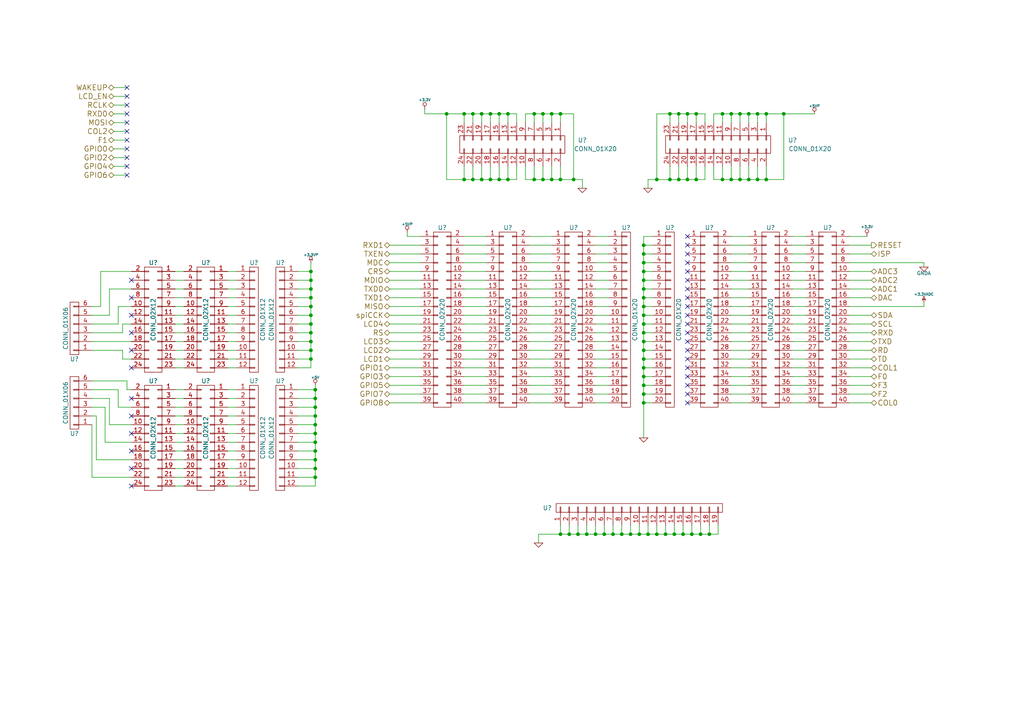
<source format=kicad_sch>
(kicad_sch (version 20211123) (generator eeschema)
  (paper "A4")
  (title_block (title "Poncho Grande - Modelo - Ejemplo - Template") (date "2015-10-06") (rev "1.0") (company "Proyecto CIAA - COMPUTADORA INDUSTRIAL ABIERTA ARGENTINA") (comment 1 "https://github.com/ciaa/Ponchos/tree/master/modelos/doc") (comment 2 "Autores y Licencia del template (Diego Brengi - UNLaM)") (comment 3 "Autor del poncho (COMPLETAR NOMBRE Y APELLIDO). Ver directorio \"doc\"") (comment 4 "CÓDIGO PONCHO:"))
  (lib_symbols
    (symbol "Misc_Poncho_Grande:+3.3V" (power) (pin_names (offset 0))
      (property "Value" "+3.3V" (at 0 2.794 0))
      (symbol "+3.3V_0_0"
        (pin power_in line (at 0 0 90) (length 0) hide (name "+3.3V") (number "1"))
      )
    )
    (symbol "Misc_Poncho_Grande:+3.3VADC" (power) (pin_names (offset 0))
      (property "Value" "+3.3VADC" (at 0 2.286 0))
      (symbol "+3.3VADC_0_0"
        (pin power_in line (at 0 0 90) (length 0) hide (name "+3.3VADC") (number "1"))
      )
    )
    (symbol "Misc_Poncho_Grande:+3.3VP" (power) (pin_names (offset 0))
      (property "Value" "+3.3VP" (at 0 2.286 0))
      (symbol "+3.3VP_0_0"
        (pin power_in line (at 0 0 90) (length 0) hide (name "+3.3VP") (number "1"))
      )
    )
    (symbol "Misc_Poncho_Grande:+5V" (power) (pin_names (offset 1.016))
      (property "Value" "+5V" (at 0 2.286 0))
      (symbol "+5V_0_0"
        (pin power_in line (at 0 0 90) (length 0) hide (name "+5V") (number "1"))
      )
    )
    (symbol "Misc_Poncho_Grande:+5VP" (power) (pin_names (offset 1.016))
      (property "Value" "+5VP" (at 0 2.286 0))
      (symbol "+5VP_0_0"
        (pin power_in line (at 0 0 90) (length 0) hide (name "+5VP") (number "1"))
      )
    )
    (symbol "Misc_Poncho_Grande:CONN_01X06" (pin_names (offset 1.016) hide)
      (property "Reference" "P" (at 0 8.89 0))
      (property "Value" "CONN_01X06" (at 2.54 0 90))
      (symbol "CONN_01X06_1_1"
        (pin passive line (at -5.08 6.35 0) (length 3.81) (name "P1") (number "1"))
        (pin passive line (at -5.08 3.81 0) (length 3.81) (name "P2") (number "2"))
        (pin passive line (at -5.08 1.27 0) (length 3.81) (name "P3") (number "3"))
        (pin passive line (at -5.08 -1.27 0) (length 3.81) (name "P4") (number "4"))
        (pin passive line (at -5.08 -3.81 0) (length 3.81) (name "P5") (number "5"))
        (pin passive line (at -5.08 -6.35 0) (length 3.81) (name "P6") (number "6"))
      )
    )
    (symbol "Misc_Poncho_Grande:CONN_01X12" (pin_names (offset 1.016) hide)
      (property "Reference" "P" (at 0 16.51 0))
      (property "Value" "CONN_01X12" (at 2.54 0 90))
      (symbol "CONN_01X12_1_1"
        (pin passive line (at -5.08 13.97 0) (length 3.81) (name "P1") (number "1"))
        (pin passive line (at -5.08 -8.89 0) (length 3.81) (name "P10") (number "10"))
        (pin passive line (at -5.08 -11.43 0) (length 3.81) (name "P11") (number "11"))
        (pin passive line (at -5.08 -13.97 0) (length 3.81) (name "P12") (number "12"))
        (pin passive line (at -5.08 11.43 0) (length 3.81) (name "P2") (number "2"))
        (pin passive line (at -5.08 8.89 0) (length 3.81) (name "P3") (number "3"))
        (pin passive line (at -5.08 6.35 0) (length 3.81) (name "P4") (number "4"))
        (pin passive line (at -5.08 3.81 0) (length 3.81) (name "P5") (number "5"))
        (pin passive line (at -5.08 1.27 0) (length 3.81) (name "P6") (number "6"))
        (pin passive line (at -5.08 -1.27 0) (length 3.81) (name "P7") (number "7"))
        (pin passive line (at -5.08 -3.81 0) (length 3.81) (name "P8") (number "8"))
        (pin passive line (at -5.08 -6.35 0) (length 3.81) (name "P9") (number "9"))
      )
    )
    (symbol "Misc_Poncho_Grande:CONN_01X19" (pin_names (offset 1.016) hide)
      (property "Reference" "P" (at 0 25.4 0))
      (property "Value" "CONN_01X19" (at 2.54 0 90))
      (symbol "CONN_01X19_1_1"
        (pin passive line (at -5.08 22.86 0) (length 3.81) (name "P1") (number "1"))
        (pin passive line (at -5.08 0 0) (length 3.81) (name "P10") (number "10"))
        (pin passive line (at -5.08 -2.54 0) (length 3.81) (name "P11") (number "11"))
        (pin passive line (at -5.08 -5.08 0) (length 3.81) (name "P12") (number "12"))
        (pin passive line (at -5.08 -7.62 0) (length 3.81) (name "P13") (number "13"))
        (pin passive line (at -5.08 -10.16 0) (length 3.81) (name "P14") (number "14"))
        (pin passive line (at -5.08 -12.7 0) (length 3.81) (name "P15") (number "15"))
        (pin passive line (at -5.08 -15.24 0) (length 3.81) (name "P16") (number "16"))
        (pin passive line (at -5.08 -17.78 0) (length 3.81) (name "P17") (number "17"))
        (pin passive line (at -5.08 -20.32 0) (length 3.81) (name "P18") (number "18"))
        (pin passive line (at -5.08 -22.86 0) (length 3.81) (name "P19") (number "19"))
        (pin passive line (at -5.08 20.32 0) (length 3.81) (name "P2") (number "2"))
        (pin passive line (at -5.08 17.78 0) (length 3.81) (name "P3") (number "3"))
        (pin passive line (at -5.08 15.24 0) (length 3.81) (name "P4") (number "4"))
        (pin passive line (at -5.08 12.7 0) (length 3.81) (name "P5") (number "5"))
        (pin passive line (at -5.08 10.16 0) (length 3.81) (name "P6") (number "6"))
        (pin passive line (at -5.08 7.62 0) (length 3.81) (name "P7") (number "7"))
        (pin passive line (at -5.08 5.08 0) (length 3.81) (name "P8") (number "8"))
        (pin passive line (at -5.08 2.54 0) (length 3.81) (name "P9") (number "9"))
      )
    )
    (symbol "Misc_Poncho_Grande:CONN_01X20" (pin_names (offset 1.016) hide)
      (property "Reference" "P" (at 0 26.67 0))
      (property "Value" "CONN_01X20" (at 2.54 0 90))
      (symbol "CONN_01X20_1_1"
        (pin passive line (at -5.08 24.13 0) (length 3.81) (name "P1") (number "1"))
        (pin passive line (at -5.08 1.27 0) (length 3.81) (name "P10") (number "10"))
        (pin passive line (at -5.08 -1.27 0) (length 3.81) (name "P11") (number "11"))
        (pin passive line (at -5.08 -3.81 0) (length 3.81) (name "P12") (number "12"))
        (pin passive line (at -5.08 -6.35 0) (length 3.81) (name "P13") (number "13"))
        (pin passive line (at -5.08 -8.89 0) (length 3.81) (name "P14") (number "14"))
        (pin passive line (at -5.08 -11.43 0) (length 3.81) (name "P15") (number "15"))
        (pin passive line (at -5.08 -13.97 0) (length 3.81) (name "P16") (number "16"))
        (pin passive line (at -5.08 -16.51 0) (length 3.81) (name "P17") (number "17"))
        (pin passive line (at -5.08 -19.05 0) (length 3.81) (name "P18") (number "18"))
        (pin passive line (at -5.08 -21.59 0) (length 3.81) (name "P19") (number "19"))
        (pin passive line (at -5.08 21.59 0) (length 3.81) (name "P2") (number "2"))
        (pin passive line (at -5.08 -24.13 0) (length 3.81) (name "P20") (number "20"))
        (pin passive line (at -5.08 19.05 0) (length 3.81) (name "P3") (number "3"))
        (pin passive line (at -5.08 16.51 0) (length 3.81) (name "P4") (number "4"))
        (pin passive line (at -5.08 13.97 0) (length 3.81) (name "P5") (number "5"))
        (pin passive line (at -5.08 11.43 0) (length 3.81) (name "P6") (number "6"))
        (pin passive line (at -5.08 8.89 0) (length 3.81) (name "P7") (number "7"))
        (pin passive line (at -5.08 6.35 0) (length 3.81) (name "P8") (number "8"))
        (pin passive line (at -5.08 3.81 0) (length 3.81) (name "P9") (number "9"))
      )
    )
    (symbol "Misc_Poncho_Grande:CONN_02X12" (pin_names (offset 0.0254) hide)
      (property "Reference" "P" (at 0 16.51 0))
      (property "Value" "CONN_02X12" (at 0 0 90))
      (symbol "CONN_02X12_1_1"
        (pin passive line (at -6.35 13.97 0) (length 3.81) (name "P1") (number "1"))
        (pin passive line (at 6.35 3.81 180) (length 3.81) (name "P10") (number "10"))
        (pin passive line (at -6.35 1.27 0) (length 3.81) (name "P11") (number "11"))
        (pin passive line (at 6.35 1.27 180) (length 3.81) (name "P12") (number "12"))
        (pin passive line (at -6.35 -1.27 0) (length 3.81) (name "P13") (number "13"))
        (pin passive line (at 6.35 -1.27 180) (length 3.81) (name "P14") (number "14"))
        (pin passive line (at -6.35 -3.81 0) (length 3.81) (name "P15") (number "15"))
        (pin passive line (at 6.35 -3.81 180) (length 3.81) (name "P16") (number "16"))
        (pin passive line (at -6.35 -6.35 0) (length 3.81) (name "P17") (number "17"))
        (pin passive line (at 6.35 -6.35 180) (length 3.81) (name "P18") (number "18"))
        (pin passive line (at -6.35 -8.89 0) (length 3.81) (name "P19") (number "19"))
        (pin passive line (at 6.35 13.97 180) (length 3.81) (name "P2") (number "2"))
        (pin passive line (at 6.35 -8.89 180) (length 3.81) (name "P20") (number "20"))
        (pin passive line (at -6.35 -11.43 0) (length 3.81) (name "P21") (number "21"))
        (pin passive line (at 6.35 -11.43 180) (length 3.81) (name "P22") (number "22"))
        (pin passive line (at -6.35 -13.97 0) (length 3.81) (name "P23") (number "23"))
        (pin passive line (at 6.35 -13.97 180) (length 3.81) (name "P24") (number "24"))
        (pin passive line (at -6.35 11.43 0) (length 3.81) (name "P3") (number "3"))
        (pin passive line (at 6.35 11.43 180) (length 3.81) (name "P4") (number "4"))
        (pin passive line (at -6.35 8.89 0) (length 3.81) (name "P5") (number "5"))
        (pin passive line (at 6.35 8.89 180) (length 3.81) (name "P6") (number "6"))
        (pin passive line (at -6.35 6.35 0) (length 3.81) (name "P7") (number "7"))
        (pin passive line (at 6.35 6.35 180) (length 3.81) (name "P8") (number "8"))
        (pin passive line (at -6.35 3.81 0) (length 3.81) (name "P9") (number "9"))
      )
    )
    (symbol "Misc_Poncho_Grande:CONN_02X20" (pin_names (offset 0.0254) hide)
      (property "Reference" "P" (at 0 26.67 0))
      (property "Value" "CONN_02X20" (at 0 0 90))
      (symbol "CONN_02X20_1_1"
        (pin passive line (at -6.35 24.13 0) (length 3.81) (name "P1") (number "1"))
        (pin passive line (at 6.35 13.97 180) (length 3.81) (name "P10") (number "10"))
        (pin passive line (at -6.35 11.43 0) (length 3.81) (name "P11") (number "11"))
        (pin passive line (at 6.35 11.43 180) (length 3.81) (name "P12") (number "12"))
        (pin passive line (at -6.35 8.89 0) (length 3.81) (name "P13") (number "13"))
        (pin passive line (at 6.35 8.89 180) (length 3.81) (name "P14") (number "14"))
        (pin passive line (at -6.35 6.35 0) (length 3.81) (name "P15") (number "15"))
        (pin passive line (at 6.35 6.35 180) (length 3.81) (name "P16") (number "16"))
        (pin passive line (at -6.35 3.81 0) (length 3.81) (name "P17") (number "17"))
        (pin passive line (at 6.35 3.81 180) (length 3.81) (name "P18") (number "18"))
        (pin passive line (at -6.35 1.27 0) (length 3.81) (name "P19") (number "19"))
        (pin passive line (at 6.35 24.13 180) (length 3.81) (name "P2") (number "2"))
        (pin passive line (at 6.35 1.27 180) (length 3.81) (name "P20") (number "20"))
        (pin passive line (at -6.35 -1.27 0) (length 3.81) (name "P21") (number "21"))
        (pin passive line (at 6.35 -1.27 180) (length 3.81) (name "P22") (number "22"))
        (pin passive line (at -6.35 -3.81 0) (length 3.81) (name "P23") (number "23"))
        (pin passive line (at 6.35 -3.81 180) (length 3.81) (name "P24") (number "24"))
        (pin passive line (at -6.35 -6.35 0) (length 3.81) (name "P25") (number "25"))
        (pin passive line (at 6.35 -6.35 180) (length 3.81) (name "P26") (number "26"))
        (pin passive line (at -6.35 -8.89 0) (length 3.81) (name "P27") (number "27"))
        (pin passive line (at 6.35 -8.89 180) (length 3.81) (name "P28") (number "28"))
        (pin passive line (at -6.35 -11.43 0) (length 3.81) (name "P29") (number "29"))
        (pin passive line (at -6.35 21.59 0) (length 3.81) (name "P3") (number "3"))
        (pin passive line (at 6.35 -11.43 180) (length 3.81) (name "P30") (number "30"))
        (pin passive line (at -6.35 -13.97 0) (length 3.81) (name "P31") (number "31"))
        (pin passive line (at 6.35 -13.97 180) (length 3.81) (name "P32") (number "32"))
        (pin passive line (at -6.35 -16.51 0) (length 3.81) (name "P33") (number "33"))
        (pin passive line (at 6.35 -16.51 180) (length 3.81) (name "P34") (number "34"))
        (pin passive line (at -6.35 -19.05 0) (length 3.81) (name "P35") (number "35"))
        (pin passive line (at 6.35 -19.05 180) (length 3.81) (name "P36") (number "36"))
        (pin passive line (at -6.35 -21.59 0) (length 3.81) (name "P37") (number "37"))
        (pin passive line (at 6.35 -21.59 180) (length 3.81) (name "P38") (number "38"))
        (pin passive line (at -6.35 -24.13 0) (length 3.81) (name "P39") (number "39"))
        (pin passive line (at 6.35 21.59 180) (length 3.81) (name "P4") (number "4"))
        (pin passive line (at 6.35 -24.13 180) (length 3.81) (name "P40") (number "40"))
        (pin passive line (at -6.35 19.05 0) (length 3.81) (name "P5") (number "5"))
        (pin passive line (at 6.35 19.05 180) (length 3.81) (name "P6") (number "6"))
        (pin passive line (at -6.35 16.51 0) (length 3.81) (name "P7") (number "7"))
        (pin passive line (at 6.35 16.51 180) (length 3.81) (name "P8") (number "8"))
        (pin passive line (at -6.35 13.97 0) (length 3.81) (name "P9") (number "9"))
      )
    )
    (symbol "Misc_Poncho_Grande:GND" (power) (pin_names (offset 0))
      (symbol "GND_1_1"
        (pin power_in line (at 0 0 90) (length 0) hide (name "GND") (number "1"))
      )
    )
    (symbol "Misc_Poncho_Grande:GNDA" (power) (pin_names (offset 0))
      (property "Value" "GNDA" (at 0 -1.778 0))
      (symbol "GNDA_1_1"
        (pin power_in line (at 0 0 90) (length 0) hide (name "GNDA") (number "1"))
      )
    )
  )
  (junction (at 166.37 52.07))
  (junction (at 190.5 52.07))
  (junction (at 193.04 154.94))
  (junction (at 212.09 33.02))
  (junction (at 186.69 86.36))
  (junction (at 154.94 33.02))
  (junction (at 199.39 52.07))
  (junction (at 203.2 154.94))
  (junction (at 134.62 33.02))
  (junction (at 139.7 33.02))
  (junction (at 90.17 96.52))
  (junction (at 180.34 154.94))
  (junction (at 162.56 33.02))
  (junction (at 172.72 154.94))
  (junction (at 162.56 52.07))
  (junction (at 186.69 96.52))
  (junction (at 186.69 93.98))
  (junction (at 222.25 33.02))
  (junction (at 205.74 154.94))
  (junction (at 198.12 154.94))
  (junction (at 90.17 83.82))
  (junction (at 186.69 111.76))
  (junction (at 90.17 81.28))
  (junction (at 91.44 133.35))
  (junction (at 137.16 52.07))
  (junction (at 91.44 128.27))
  (junction (at 217.17 33.02))
  (junction (at 144.78 52.07))
  (junction (at 186.69 88.9))
  (junction (at 186.69 114.3))
  (junction (at 227.33 33.02))
  (junction (at 195.58 154.94))
  (junction (at 201.93 52.07))
  (junction (at 90.17 91.44))
  (junction (at 142.24 33.02))
  (junction (at 90.17 86.36))
  (junction (at 186.69 116.84))
  (junction (at 90.17 101.6))
  (junction (at 90.17 93.98))
  (junction (at 186.69 73.66))
  (junction (at 194.31 33.02))
  (junction (at 186.69 83.82))
  (junction (at 182.88 154.94))
  (junction (at 196.85 52.07))
  (junction (at 186.69 91.44))
  (junction (at 90.17 99.06))
  (junction (at 147.32 33.02))
  (junction (at 186.69 99.06))
  (junction (at 91.44 135.89))
  (junction (at 199.39 33.02))
  (junction (at 139.7 52.07))
  (junction (at 186.69 104.14))
  (junction (at 157.48 33.02))
  (junction (at 137.16 33.02))
  (junction (at 91.44 123.19))
  (junction (at 90.17 78.74))
  (junction (at 219.71 33.02))
  (junction (at 142.24 52.07))
  (junction (at 209.55 52.07))
  (junction (at 186.69 109.22))
  (junction (at 91.44 115.57))
  (junction (at 91.44 120.65))
  (junction (at 222.25 52.07))
  (junction (at 90.17 104.14))
  (junction (at 186.69 78.74))
  (junction (at 186.69 76.2))
  (junction (at 91.44 113.03))
  (junction (at 219.71 52.07))
  (junction (at 160.02 33.02))
  (junction (at 187.96 154.94))
  (junction (at 185.42 154.94))
  (junction (at 167.64 154.94))
  (junction (at 201.93 33.02))
  (junction (at 186.69 101.6))
  (junction (at 186.69 81.28))
  (junction (at 217.17 52.07))
  (junction (at 175.26 154.94))
  (junction (at 200.66 154.94))
  (junction (at 190.5 154.94))
  (junction (at 91.44 125.73))
  (junction (at 154.94 52.07))
  (junction (at 91.44 130.81))
  (junction (at 170.18 154.94))
  (junction (at 186.69 71.12))
  (junction (at 194.31 52.07))
  (junction (at 212.09 52.07))
  (junction (at 134.62 52.07))
  (junction (at 209.55 33.02))
  (junction (at 157.48 52.07))
  (junction (at 90.17 88.9))
  (junction (at 214.63 33.02))
  (junction (at 91.44 138.43))
  (junction (at 165.1 154.94))
  (junction (at 160.02 52.07))
  (junction (at 162.56 154.94))
  (junction (at 196.85 33.02))
  (junction (at 91.44 118.11))
  (junction (at 186.69 106.68))
  (junction (at 177.8 154.94))
  (junction (at 129.54 33.02))
  (junction (at 147.32 52.07))
  (junction (at 214.63 52.07))
  (junction (at 144.78 33.02))
  (no_connect (at 38.1 140.97))
  (no_connect (at 36.83 40.64))
  (no_connect (at 199.39 114.3))
  (no_connect (at 36.83 50.8))
  (no_connect (at 199.39 71.12))
  (no_connect (at 199.39 83.82))
  (no_connect (at 36.83 27.94))
  (no_connect (at 199.39 68.58))
  (no_connect (at 199.39 93.98))
  (no_connect (at 36.83 38.1))
  (no_connect (at 199.39 88.9))
  (no_connect (at 38.1 91.44))
  (no_connect (at 38.1 125.73))
  (no_connect (at 199.39 116.84))
  (no_connect (at 38.1 135.89))
  (no_connect (at 199.39 73.66))
  (no_connect (at 38.1 81.28))
  (no_connect (at 199.39 76.2))
  (no_connect (at 36.83 30.48))
  (no_connect (at 38.1 120.65))
  (no_connect (at 199.39 109.22))
  (no_connect (at 38.1 96.52))
  (no_connect (at 199.39 106.68))
  (no_connect (at 38.1 101.6))
  (no_connect (at 199.39 86.36))
  (no_connect (at 38.1 115.57))
  (no_connect (at 36.83 43.18))
  (no_connect (at 36.83 45.72))
  (no_connect (at 36.83 48.26))
  (no_connect (at 38.1 86.36))
  (no_connect (at 36.83 25.4))
  (no_connect (at 199.39 91.44))
  (no_connect (at 199.39 111.76))
  (no_connect (at 199.39 104.14))
  (no_connect (at 38.1 106.68))
  (no_connect (at 199.39 96.52))
  (no_connect (at 36.83 33.02))
  (no_connect (at 38.1 130.81))
  (no_connect (at 199.39 81.28))
  (no_connect (at 36.83 35.56))
  (no_connect (at 199.39 99.06))
  (no_connect (at 199.39 78.74))
  (no_connect (at 199.39 101.6))
  (wire (pts (xy 186.69 78.74) (xy 186.69 81.28)))
  (wire (pts (xy 121.92 73.66) (xy 113.03 73.66)))
  (wire (pts (xy 189.23 88.9) (xy 186.69 88.9)))
  (wire (pts (xy 246.38 109.22) (xy 252.73 109.22)))
  (wire (pts (xy 252.73 116.84) (xy 246.38 116.84)))
  (wire (pts (xy 134.62 33.02) (xy 137.16 33.02)))
  (wire (pts (xy 33.02 43.18) (xy 36.83 43.18)))
  (wire (pts (xy 186.69 101.6) (xy 186.69 104.14)))
  (wire (pts (xy 246.38 88.9) (xy 267.97 88.9)))
  (wire (pts (xy 186.69 88.9) (xy 186.69 91.44)))
  (wire (pts (xy 205.74 154.94) (xy 205.74 152.4)))
  (wire (pts (xy 160.02 106.68) (xy 153.67 106.68)))
  (wire (pts (xy 193.04 152.4) (xy 193.04 154.94)))
  (wire (pts (xy 201.93 52.07) (xy 201.93 48.26)))
  (wire (pts (xy 66.04 125.73) (xy 68.58 125.73)))
  (wire (pts (xy 233.68 86.36) (xy 229.87 86.36)))
  (wire (pts (xy 113.03 81.28) (xy 121.92 81.28)))
  (wire (pts (xy 172.72 93.98) (xy 176.53 93.98)))
  (wire (pts (xy 217.17 99.06) (xy 212.09 99.06)))
  (wire (pts (xy 217.17 83.82) (xy 212.09 83.82)))
  (wire (pts (xy 153.67 76.2) (xy 160.02 76.2)))
  (wire (pts (xy 33.02 38.1) (xy 36.83 38.1)))
  (wire (pts (xy 219.71 48.26) (xy 219.71 52.07)))
  (wire (pts (xy 153.67 109.22) (xy 160.02 109.22)))
  (wire (pts (xy 31.75 123.19) (xy 38.1 123.19)))
  (wire (pts (xy 212.09 33.02) (xy 214.63 33.02)))
  (wire (pts (xy 66.04 140.97) (xy 68.58 140.97)))
  (wire (pts (xy 53.34 83.82) (xy 50.8 83.82)))
  (wire (pts (xy 149.86 52.07) (xy 147.32 52.07)))
  (wire (pts (xy 167.64 154.94) (xy 170.18 154.94)))
  (wire (pts (xy 154.94 48.26) (xy 154.94 52.07)))
  (wire (pts (xy 30.48 118.11) (xy 30.48 128.27)))
  (wire (pts (xy 165.1 154.94) (xy 165.1 152.4)))
  (wire (pts (xy 35.56 101.6) (xy 35.56 104.14)))
  (wire (pts (xy 27.94 120.65) (xy 27.94 133.35)))
  (wire (pts (xy 177.8 152.4) (xy 177.8 154.94)))
  (wire (pts (xy 91.44 133.35) (xy 91.44 135.89)))
  (wire (pts (xy 201.93 33.02) (xy 204.47 33.02)))
  (wire (pts (xy 172.72 109.22) (xy 176.53 109.22)))
  (wire (pts (xy 90.17 86.36) (xy 90.17 88.9)))
  (wire (pts (xy 160.02 78.74) (xy 153.67 78.74)))
  (wire (pts (xy 176.53 101.6) (xy 172.72 101.6)))
  (wire (pts (xy 152.4 52.07) (xy 154.94 52.07)))
  (wire (pts (xy 176.53 81.28) (xy 172.72 81.28)))
  (wire (pts (xy 198.12 154.94) (xy 200.66 154.94)))
  (wire (pts (xy 121.92 101.6) (xy 113.03 101.6)))
  (wire (pts (xy 217.17 109.22) (xy 212.09 109.22)))
  (wire (pts (xy 142.24 33.02) (xy 144.78 33.02)))
  (wire (pts (xy 186.69 91.44) (xy 186.69 93.98)))
  (wire (pts (xy 251.46 68.58) (xy 246.38 68.58)))
  (wire (pts (xy 186.69 71.12) (xy 189.23 71.12)))
  (wire (pts (xy 68.58 88.9) (xy 66.04 88.9)))
  (wire (pts (xy 153.67 93.98) (xy 160.02 93.98)))
  (wire (pts (xy 186.69 111.76) (xy 189.23 111.76)))
  (wire (pts (xy 186.69 116.84) (xy 186.69 127)))
  (wire (pts (xy 157.48 33.02) (xy 160.02 33.02)))
  (wire (pts (xy 165.1 154.94) (xy 167.64 154.94)))
  (wire (pts (xy 186.69 96.52) (xy 189.23 96.52)))
  (wire (pts (xy 53.34 135.89) (xy 50.8 135.89)))
  (wire (pts (xy 53.34 113.03) (xy 50.8 113.03)))
  (wire (pts (xy 90.17 93.98) (xy 90.17 96.52)))
  (wire (pts (xy 113.03 99.06) (xy 121.92 99.06)))
  (wire (pts (xy 68.58 118.11) (xy 66.04 118.11)))
  (wire (pts (xy 147.32 33.02) (xy 149.86 33.02)))
  (wire (pts (xy 189.23 68.58) (xy 186.69 68.58)))
  (wire (pts (xy 198.12 152.4) (xy 198.12 154.94)))
  (wire (pts (xy 162.56 33.02) (xy 162.56 35.56)))
  (wire (pts (xy 156.21 157.48) (xy 156.21 154.94)))
  (wire (pts (xy 123.19 31.75) (xy 123.19 33.02)))
  (wire (pts (xy 121.92 114.3) (xy 113.03 114.3)))
  (wire (pts (xy 153.67 114.3) (xy 160.02 114.3)))
  (wire (pts (xy 113.03 111.76) (xy 121.92 111.76)))
  (wire (pts (xy 172.72 99.06) (xy 176.53 99.06)))
  (wire (pts (xy 66.04 115.57) (xy 68.58 115.57)))
  (wire (pts (xy 160.02 68.58) (xy 153.67 68.58)))
  (wire (pts (xy 185.42 154.94) (xy 187.96 154.94)))
  (wire (pts (xy 252.73 106.68) (xy 246.38 106.68)))
  (wire (pts (xy 172.72 71.12) (xy 176.53 71.12)))
  (wire (pts (xy 91.44 118.11) (xy 91.44 120.65)))
  (wire (pts (xy 195.58 154.94) (xy 195.58 152.4)))
  (wire (pts (xy 36.83 113.03) (xy 38.1 113.03)))
  (wire (pts (xy 186.69 99.06) (xy 186.69 101.6)))
  (wire (pts (xy 189.23 114.3) (xy 186.69 114.3)))
  (wire (pts (xy 50.8 81.28) (xy 53.34 81.28)))
  (wire (pts (xy 187.96 52.07) (xy 187.96 54.61)))
  (wire (pts (xy 26.67 138.43) (xy 38.1 138.43)))
  (wire (pts (xy 252.73 111.76) (xy 246.38 111.76)))
  (wire (pts (xy 35.56 96.52) (xy 35.56 93.98)))
  (wire (pts (xy 86.36 86.36) (xy 90.17 86.36)))
  (wire (pts (xy 134.62 52.07) (xy 129.54 52.07)))
  (wire (pts (xy 186.69 106.68) (xy 189.23 106.68)))
  (wire (pts (xy 91.44 120.65) (xy 91.44 123.19)))
  (wire (pts (xy 33.02 45.72) (xy 36.83 45.72)))
  (wire (pts (xy 172.72 104.14) (xy 176.53 104.14)))
  (wire (pts (xy 160.02 52.07) (xy 162.56 52.07)))
  (wire (pts (xy 140.97 106.68) (xy 134.62 106.68)))
  (wire (pts (xy 186.69 106.68) (xy 186.69 109.22)))
  (wire (pts (xy 214.63 48.26) (xy 214.63 52.07)))
  (wire (pts (xy 113.03 106.68) (xy 121.92 106.68)))
  (wire (pts (xy 176.53 96.52) (xy 172.72 96.52)))
  (wire (pts (xy 121.92 78.74) (xy 113.03 78.74)))
  (wire (pts (xy 90.17 88.9) (xy 86.36 88.9)))
  (wire (pts (xy 229.87 78.74) (xy 233.68 78.74)))
  (wire (pts (xy 36.83 110.49) (xy 36.83 113.03)))
  (wire (pts (xy 217.17 88.9) (xy 212.09 88.9)))
  (wire (pts (xy 121.92 88.9) (xy 113.03 88.9)))
  (wire (pts (xy 134.62 111.76) (xy 140.97 111.76)))
  (wire (pts (xy 90.17 78.74) (xy 90.17 81.28)))
  (wire (pts (xy 66.04 106.68) (xy 68.58 106.68)))
  (wire (pts (xy 176.53 91.44) (xy 172.72 91.44)))
  (wire (pts (xy 154.94 33.02) (xy 154.94 35.56)))
  (wire (pts (xy 252.73 86.36) (xy 246.38 86.36)))
  (wire (pts (xy 66.04 91.44) (xy 68.58 91.44)))
  (wire (pts (xy 162.56 52.07) (xy 162.56 48.26)))
  (wire (pts (xy 186.69 81.28) (xy 189.23 81.28)))
  (wire (pts (xy 26.67 99.06) (xy 38.1 99.06)))
  (wire (pts (xy 34.29 118.11) (xy 38.1 118.11)))
  (wire (pts (xy 176.53 86.36) (xy 172.72 86.36)))
  (wire (pts (xy 90.17 78.74) (xy 86.36 78.74)))
  (wire (pts (xy 212.09 91.44) (xy 217.17 91.44)))
  (wire (pts (xy 90.17 91.44) (xy 90.17 93.98)))
  (wire (pts (xy 186.69 91.44) (xy 189.23 91.44)))
  (wire (pts (xy 134.62 33.02) (xy 134.62 35.56)))
  (wire (pts (xy 219.71 52.07) (xy 222.25 52.07)))
  (wire (pts (xy 187.96 152.4) (xy 187.96 154.94)))
  (wire (pts (xy 186.69 81.28) (xy 186.69 83.82)))
  (wire (pts (xy 172.72 88.9) (xy 176.53 88.9)))
  (wire (pts (xy 217.17 33.02) (xy 219.71 33.02)))
  (wire (pts (xy 123.19 33.02) (xy 129.54 33.02)))
  (wire (pts (xy 31.75 91.44) (xy 31.75 83.82)))
  (wire (pts (xy 139.7 33.02) (xy 139.7 35.56)))
  (wire (pts (xy 90.17 104.14) (xy 90.17 106.68)))
  (wire (pts (xy 68.58 78.74) (xy 66.04 78.74)))
  (wire (pts (xy 229.87 88.9) (xy 233.68 88.9)))
  (wire (pts (xy 121.92 96.52) (xy 113.03 96.52)))
  (wire (pts (xy 91.44 123.19) (xy 91.44 125.73)))
  (wire (pts (xy 134.62 109.22) (xy 140.97 109.22)))
  (wire (pts (xy 199.39 33.02) (xy 199.39 35.56)))
  (wire (pts (xy 186.69 68.58) (xy 186.69 71.12)))
  (wire (pts (xy 91.44 111.76) (xy 91.44 113.03)))
  (wire (pts (xy 196.85 52.07) (xy 199.39 52.07)))
  (wire (pts (xy 91.44 113.03) (xy 86.36 113.03)))
  (wire (pts (xy 29.21 78.74) (xy 38.1 78.74)))
  (wire (pts (xy 27.94 133.35) (xy 38.1 133.35)))
  (wire (pts (xy 194.31 33.02) (xy 194.31 35.56)))
  (wire (pts (xy 34.29 88.9) (xy 38.1 88.9)))
  (wire (pts (xy 140.97 81.28) (xy 134.62 81.28)))
  (wire (pts (xy 142.24 52.07) (xy 142.24 48.26)))
  (wire (pts (xy 217.17 104.14) (xy 212.09 104.14)))
  (wire (pts (xy 217.17 116.84) (xy 212.09 116.84)))
  (wire (pts (xy 134.62 48.26) (xy 134.62 52.07)))
  (wire (pts (xy 134.62 93.98) (xy 140.97 93.98)))
  (wire (pts (xy 162.56 152.4) (xy 162.56 154.94)))
  (wire (pts (xy 90.17 96.52) (xy 90.17 99.06)))
  (wire (pts (xy 53.34 138.43) (xy 50.8 138.43)))
  (wire (pts (xy 176.53 106.68) (xy 172.72 106.68)))
  (wire (pts (xy 176.53 114.3) (xy 172.72 114.3)))
  (wire (pts (xy 66.04 101.6) (xy 68.58 101.6)))
  (wire (pts (xy 160.02 116.84) (xy 153.67 116.84)))
  (wire (pts (xy 229.87 109.22) (xy 233.68 109.22)))
  (wire (pts (xy 91.44 113.03) (xy 91.44 115.57)))
  (wire (pts (xy 140.97 76.2) (xy 134.62 76.2)))
  (wire (pts (xy 53.34 130.81) (xy 50.8 130.81)))
  (wire (pts (xy 217.17 71.12) (xy 212.09 71.12)))
  (wire (pts (xy 68.58 93.98) (xy 66.04 93.98)))
  (wire (pts (xy 219.71 33.02) (xy 219.71 35.56)))
  (wire (pts (xy 149.86 33.02) (xy 149.86 35.56)))
  (wire (pts (xy 160.02 111.76) (xy 153.67 111.76)))
  (wire (pts (xy 91.44 128.27) (xy 86.36 128.27)))
  (wire (pts (xy 222.25 52.07) (xy 222.25 48.26)))
  (wire (pts (xy 222.25 33.02) (xy 222.25 35.56)))
  (wire (pts (xy 50.8 104.14) (xy 53.34 104.14)))
  (wire (pts (xy 212.09 68.58) (xy 217.17 68.58)))
  (wire (pts (xy 195.58 154.94) (xy 198.12 154.94)))
  (wire (pts (xy 86.36 135.89) (xy 91.44 135.89)))
  (wire (pts (xy 144.78 33.02) (xy 144.78 35.56)))
  (wire (pts (xy 200.66 154.94) (xy 200.66 152.4)))
  (wire (pts (xy 86.36 101.6) (xy 90.17 101.6)))
  (wire (pts (xy 134.62 73.66) (xy 140.97 73.66)))
  (wire (pts (xy 68.58 133.35) (xy 66.04 133.35)))
  (wire (pts (xy 229.87 68.58) (xy 233.68 68.58)))
  (wire (pts (xy 180.34 154.94) (xy 180.34 152.4)))
  (wire (pts (xy 90.17 99.06) (xy 90.17 101.6)))
  (wire (pts (xy 162.56 52.07) (xy 166.37 52.07)))
  (wire (pts (xy 212.09 101.6) (xy 217.17 101.6)))
  (wire (pts (xy 189.23 78.74) (xy 186.69 78.74)))
  (wire (pts (xy 118.11 68.58) (xy 118.11 67.31)))
  (wire (pts (xy 160.02 101.6) (xy 153.67 101.6)))
  (wire (pts (xy 217.17 93.98) (xy 212.09 93.98)))
  (wire (pts (xy 26.67 118.11) (xy 30.48 118.11)))
  (wire (pts (xy 26.67 96.52) (xy 35.56 96.52)))
  (wire (pts (xy 137.16 33.02) (xy 139.7 33.02)))
  (wire (pts (xy 194.31 52.07) (xy 194.31 48.26)))
  (wire (pts (xy 229.87 104.14) (xy 233.68 104.14)))
  (wire (pts (xy 29.21 88.9) (xy 29.21 78.74)))
  (wire (pts (xy 33.02 33.02) (xy 36.83 33.02)))
  (wire (pts (xy 121.92 83.82) (xy 113.03 83.82)))
  (wire (pts (xy 91.44 130.81) (xy 91.44 133.35)))
  (wire (pts (xy 35.56 93.98) (xy 38.1 93.98)))
  (wire (pts (xy 209.55 33.02) (xy 212.09 33.02)))
  (wire (pts (xy 153.67 81.28) (xy 160.02 81.28)))
  (wire (pts (xy 196.85 35.56) (xy 196.85 33.02)))
  (wire (pts (xy 233.68 76.2) (xy 229.87 76.2)))
  (wire (pts (xy 207.01 33.02) (xy 209.55 33.02)))
  (wire (pts (xy 194.31 52.07) (xy 196.85 52.07)))
  (wire (pts (xy 50.8 118.11) (xy 53.34 118.11)))
  (wire (pts (xy 31.75 83.82) (xy 38.1 83.82)))
  (wire (pts (xy 144.78 52.07) (xy 142.24 52.07)))
  (wire (pts (xy 175.26 154.94) (xy 175.26 152.4)))
  (wire (pts (xy 33.02 50.8) (xy 36.83 50.8)))
  (wire (pts (xy 222.25 33.02) (xy 227.33 33.02)))
  (wire (pts (xy 182.88 152.4) (xy 182.88 154.94)))
  (wire (pts (xy 209.55 33.02) (xy 209.55 35.56)))
  (wire (pts (xy 113.03 104.14) (xy 121.92 104.14)))
  (wire (pts (xy 137.16 35.56) (xy 137.16 33.02)))
  (wire (pts (xy 26.67 123.19) (xy 26.67 138.43)))
  (wire (pts (xy 190.5 154.94) (xy 193.04 154.94)))
  (wire (pts (xy 90.17 83.82) (xy 86.36 83.82)))
  (wire (pts (xy 34.29 93.98) (xy 34.29 88.9)))
  (wire (pts (xy 212.09 52.07) (xy 214.63 52.07)))
  (wire (pts (xy 66.04 135.89) (xy 68.58 135.89)))
  (wire (pts (xy 252.73 83.82) (xy 246.38 83.82)))
  (wire (pts (xy 172.72 154.94) (xy 175.26 154.94)))
  (wire (pts (xy 53.34 106.68) (xy 50.8 106.68)))
  (wire (pts (xy 90.17 101.6) (xy 90.17 104.14)))
  (wire (pts (xy 153.67 104.14) (xy 160.02 104.14)))
  (wire (pts (xy 91.44 118.11) (xy 86.36 118.11)))
  (wire (pts (xy 140.97 91.44) (xy 134.62 91.44)))
  (wire (pts (xy 217.17 114.3) (xy 212.09 114.3)))
  (wire (pts (xy 176.53 68.58) (xy 172.72 68.58)))
  (wire (pts (xy 189.23 109.22) (xy 186.69 109.22)))
  (wire (pts (xy 252.73 71.12) (xy 246.38 71.12)))
  (wire (pts (xy 175.26 154.94) (xy 177.8 154.94)))
  (wire (pts (xy 233.68 81.28) (xy 229.87 81.28)))
  (wire (pts (xy 212.09 35.56) (xy 212.09 33.02)))
  (wire (pts (xy 212.09 52.07) (xy 212.09 48.26)))
  (wire (pts (xy 172.72 152.4) (xy 172.72 154.94)))
  (wire (pts (xy 233.68 106.68) (xy 229.87 106.68)))
  (wire (pts (xy 207.01 33.02) (xy 207.01 35.56)))
  (wire (pts (xy 33.02 27.94) (xy 36.83 27.94)))
  (wire (pts (xy 53.34 125.73) (xy 50.8 125.73)))
  (wire (pts (xy 50.8 133.35) (xy 53.34 133.35)))
  (wire (pts (xy 201.93 52.07) (xy 204.47 52.07)))
  (wire (pts (xy 36.83 25.4) (xy 33.02 25.4)))
  (wire (pts (xy 153.67 71.12) (xy 160.02 71.12)))
  (wire (pts (xy 217.17 33.02) (xy 217.17 35.56)))
  (wire (pts (xy 246.38 81.28) (xy 252.73 81.28)))
  (wire (pts (xy 113.03 86.36) (xy 121.92 86.36)))
  (wire (pts (xy 190.5 52.07) (xy 190.5 33.02)))
  (wire (pts (xy 91.44 123.19) (xy 86.36 123.19)))
  (wire (pts (xy 222.25 52.07) (xy 227.33 52.07)))
  (wire (pts (xy 86.36 91.44) (xy 90.17 91.44)))
  (wire (pts (xy 90.17 106.68) (xy 86.36 106.68)))
  (wire (pts (xy 212.09 111.76) (xy 217.17 111.76)))
  (wire (pts (xy 212.09 86.36) (xy 217.17 86.36)))
  (wire (pts (xy 86.36 115.57) (xy 91.44 115.57)))
  (wire (pts (xy 177.8 154.94) (xy 180.34 154.94)))
  (wire (pts (xy 160.02 96.52) (xy 153.67 96.52)))
  (wire (pts (xy 252.73 96.52) (xy 246.38 96.52)))
  (wire (pts (xy 187.96 52.07) (xy 190.5 52.07)))
  (wire (pts (xy 91.44 133.35) (xy 86.36 133.35)))
  (wire (pts (xy 68.58 83.82) (xy 66.04 83.82)))
  (wire (pts (xy 193.04 154.94) (xy 195.58 154.94)))
  (wire (pts (xy 167.64 152.4) (xy 167.64 154.94)))
  (wire (pts (xy 162.56 33.02) (xy 166.37 33.02)))
  (wire (pts (xy 229.87 83.82) (xy 233.68 83.82)))
  (wire (pts (xy 153.67 88.9) (xy 160.02 88.9)))
  (wire (pts (xy 207.01 52.07) (xy 207.01 48.26)))
  (wire (pts (xy 189.23 99.06) (xy 186.69 99.06)))
  (wire (pts (xy 134.62 104.14) (xy 140.97 104.14)))
  (wire (pts (xy 160.02 73.66) (xy 153.67 73.66)))
  (wire (pts (xy 129.54 33.02) (xy 129.54 52.07)))
  (wire (pts (xy 91.44 135.89) (xy 91.44 138.43)))
  (wire (pts (xy 203.2 152.4) (xy 203.2 154.94)))
  (wire (pts (xy 147.32 52.07) (xy 147.32 48.26)))
  (wire (pts (xy 252.73 73.66) (xy 246.38 73.66)))
  (wire (pts (xy 160.02 91.44) (xy 153.67 91.44)))
  (wire (pts (xy 196.85 33.02) (xy 199.39 33.02)))
  (wire (pts (xy 186.69 73.66) (xy 186.69 76.2)))
  (wire (pts (xy 90.17 76.2) (xy 90.17 78.74)))
  (wire (pts (xy 180.34 154.94) (xy 182.88 154.94)))
  (wire (pts (xy 214.63 33.02) (xy 217.17 33.02)))
  (wire (pts (xy 214.63 52.07) (xy 217.17 52.07)))
  (wire (pts (xy 166.37 52.07) (xy 168.91 52.07)))
  (wire (pts (xy 217.17 76.2) (xy 212.09 76.2)))
  (wire (pts (xy 90.17 81.28) (xy 90.17 83.82)))
  (wire (pts (xy 33.02 30.48) (xy 36.83 30.48)))
  (wire (pts (xy 134.62 88.9) (xy 140.97 88.9)))
  (wire (pts (xy 212.09 73.66) (xy 217.17 73.66)))
  (wire (pts (xy 154.94 52.07) (xy 157.48 52.07)))
  (wire (pts (xy 190.5 33.02) (xy 194.31 33.02)))
  (wire (pts (xy 53.34 91.44) (xy 50.8 91.44)))
  (wire (pts (xy 233.68 71.12) (xy 229.87 71.12)))
  (wire (pts (xy 186.69 76.2) (xy 186.69 78.74)))
  (wire (pts (xy 68.58 128.27) (xy 66.04 128.27)))
  (wire (pts (xy 66.04 120.65) (xy 68.58 120.65)))
  (wire (pts (xy 233.68 111.76) (xy 229.87 111.76)))
  (wire (pts (xy 186.69 114.3) (xy 186.69 116.84)))
  (wire (pts (xy 203.2 154.94) (xy 205.74 154.94)))
  (wire (pts (xy 189.23 73.66) (xy 186.69 73.66)))
  (wire (pts (xy 140.97 101.6) (xy 134.62 101.6)))
  (wire (pts (xy 137.16 52.07) (xy 134.62 52.07)))
  (wire (pts (xy 157.48 35.56) (xy 157.48 33.02)))
  (wire (pts (xy 199.39 48.26) (xy 199.39 52.07)))
  (wire (pts (xy 219.71 33.02) (xy 222.25 33.02)))
  (wire (pts (xy 201.93 35.56) (xy 201.93 33.02)))
  (wire (pts (xy 50.8 93.98) (xy 53.34 93.98)))
  (wire (pts (xy 26.67 93.98) (xy 34.29 93.98)))
  (wire (pts (xy 186.69 71.12) (xy 186.69 73.66)))
  (wire (pts (xy 153.67 99.06) (xy 160.02 99.06)))
  (wire (pts (xy 186.69 101.6) (xy 189.23 101.6)))
  (wire (pts (xy 86.36 125.73) (xy 91.44 125.73)))
  (wire (pts (xy 172.72 83.82) (xy 176.53 83.82)))
  (wire (pts (xy 66.04 81.28) (xy 68.58 81.28)))
  (wire (pts (xy 68.58 113.03) (xy 66.04 113.03)))
  (wire (pts (xy 26.67 115.57) (xy 31.75 115.57)))
  (wire (pts (xy 170.18 154.94) (xy 170.18 152.4)))
  (wire (pts (xy 160.02 83.82) (xy 153.67 83.82)))
  (wire (pts (xy 147.32 35.56) (xy 147.32 33.02)))
  (wire (pts (xy 50.8 99.06) (xy 53.34 99.06)))
  (wire (pts (xy 166.37 33.02) (xy 166.37 52.07)))
  (wire (pts (xy 246.38 104.14) (xy 252.73 104.14)))
  (wire (pts (xy 68.58 99.06) (xy 66.04 99.06)))
  (wire (pts (xy 252.73 101.6) (xy 246.38 101.6)))
  (wire (pts (xy 172.72 78.74) (xy 176.53 78.74)))
  (wire (pts (xy 137.16 52.07) (xy 137.16 48.26)))
  (wire (pts (xy 66.04 96.52) (xy 68.58 96.52)))
  (wire (pts (xy 91.44 128.27) (xy 91.44 130.81)))
  (wire (pts (xy 227.33 52.07) (xy 227.33 33.02)))
  (wire (pts (xy 217.17 52.07) (xy 217.17 48.26)))
  (wire (pts (xy 189.23 93.98) (xy 186.69 93.98)))
  (wire (pts (xy 185.42 154.94) (xy 185.42 152.4)))
  (wire (pts (xy 199.39 52.07) (xy 201.93 52.07)))
  (wire (pts (xy 68.58 138.43) (xy 66.04 138.43)))
  (wire (pts (xy 233.68 116.84) (xy 229.87 116.84)))
  (wire (pts (xy 229.87 73.66) (xy 233.68 73.66)))
  (wire (pts (xy 34.29 113.03) (xy 34.29 118.11)))
  (wire (pts (xy 227.33 33.02) (xy 236.22 33.02)))
  (wire (pts (xy 90.17 93.98) (xy 86.36 93.98)))
  (wire (pts (xy 156.21 154.94) (xy 162.56 154.94)))
  (wire (pts (xy 204.47 52.07) (xy 204.47 48.26)))
  (wire (pts (xy 121.92 93.98) (xy 113.03 93.98)))
  (wire (pts (xy 113.03 91.44) (xy 121.92 91.44)))
  (wire (pts (xy 190.5 52.07) (xy 194.31 52.07)))
  (wire (pts (xy 154.94 33.02) (xy 157.48 33.02)))
  (wire (pts (xy 162.56 154.94) (xy 165.1 154.94)))
  (wire (pts (xy 233.68 114.3) (xy 229.87 114.3)))
  (wire (pts (xy 144.78 48.26) (xy 144.78 52.07)))
  (wire (pts (xy 186.69 96.52) (xy 186.69 99.06)))
  (wire (pts (xy 33.02 35.56) (xy 36.83 35.56)))
  (wire (pts (xy 113.03 71.12) (xy 121.92 71.12)))
  (wire (pts (xy 212.09 78.74) (xy 217.17 78.74)))
  (wire (pts (xy 214.63 33.02) (xy 214.63 35.56)))
  (wire (pts (xy 207.01 52.07) (xy 209.55 52.07)))
  (wire (pts (xy 208.28 154.94) (xy 208.28 152.4)))
  (wire (pts (xy 267.97 88.9) (xy 267.97 87.63)))
  (wire (pts (xy 26.67 91.44) (xy 31.75 91.44)))
  (wire (pts (xy 199.39 33.02) (xy 201.93 33.02)))
  (wire (pts (xy 186.69 93.98) (xy 186.69 96.52)))
  (wire (pts (xy 140.97 116.84) (xy 134.62 116.84)))
  (wire (pts (xy 252.73 78.74) (xy 246.38 78.74)))
  (wire (pts (xy 91.44 115.57) (xy 91.44 118.11)))
  (wire (pts (xy 186.69 83.82) (xy 186.69 86.36)))
  (wire (pts (xy 30.48 128.27) (xy 38.1 128.27)))
  (wire (pts (xy 267.97 76.2) (xy 267.97 77.47)))
  (wire (pts (xy 66.04 130.81) (xy 68.58 130.81)))
  (wire (pts (xy 229.87 99.06) (xy 233.68 99.06)))
  (wire (pts (xy 121.92 109.22) (xy 113.03 109.22)))
  (wire (pts (xy 186.69 86.36) (xy 186.69 88.9)))
  (wire (pts (xy 50.8 123.19) (xy 53.34 123.19)))
  (wire (pts (xy 86.36 81.28) (xy 90.17 81.28)))
  (wire (pts (xy 50.8 140.97) (xy 53.34 140.97)))
  (wire (pts (xy 53.34 78.74) (xy 50.8 78.74)))
  (wire (pts (xy 140.97 96.52) (xy 134.62 96.52)))
  (wire (pts (xy 121.92 68.58) (xy 118.11 68.58)))
  (wire (pts (xy 91.44 140.97) (xy 86.36 140.97)))
  (wire (pts (xy 140.97 114.3) (xy 134.62 114.3)))
  (wire (pts (xy 53.34 101.6) (xy 50.8 101.6)))
  (wire (pts (xy 152.4 33.02) (xy 154.94 33.02)))
  (wire (pts (xy 142.24 35.56) (xy 142.24 33.02)))
  (wire (pts (xy 134.62 78.74) (xy 140.97 78.74)))
  (wire (pts (xy 160.02 33.02) (xy 160.02 35.56)))
  (wire (pts (xy 144.78 33.02) (xy 147.32 33.02)))
  (wire (pts (xy 53.34 115.57) (xy 50.8 115.57)))
  (wire (pts (xy 53.34 96.52) (xy 50.8 96.52)))
  (wire (pts (xy 172.72 116.84) (xy 176.53 116.84)))
  (wire (pts (xy 149.86 48.26) (xy 149.86 52.07)))
  (wire (pts (xy 176.53 73.66) (xy 172.72 73.66)))
  (wire (pts (xy 134.62 68.58) (xy 140.97 68.58)))
  (wire (pts (xy 233.68 96.52) (xy 229.87 96.52)))
  (wire (pts (xy 212.09 106.68) (xy 217.17 106.68)))
  (wire (pts (xy 187.96 154.94) (xy 190.5 154.94)))
  (wire (pts (xy 186.69 104.14) (xy 186.69 106.68)))
  (wire (pts (xy 189.23 116.84) (xy 186.69 116.84)))
  (wire (pts (xy 157.48 52.07) (xy 157.48 48.26)))
  (wire (pts (xy 26.67 113.03) (xy 34.29 113.03)))
  (wire (pts (xy 209.55 48.26) (xy 209.55 52.07)))
  (wire (pts (xy 246.38 76.2) (xy 267.97 76.2)))
  (wire (pts (xy 229.87 93.98) (xy 233.68 93.98)))
  (wire (pts (xy 160.02 33.02) (xy 162.56 33.02)))
  (wire (pts (xy 190.5 154.94) (xy 190.5 152.4)))
  (wire (pts (xy 50.8 128.27) (xy 53.34 128.27)))
  (wire (pts (xy 168.91 52.07) (xy 168.91 54.61)))
  (wire (pts (xy 205.74 154.94) (xy 208.28 154.94)))
  (wire (pts (xy 26.67 120.65) (xy 27.94 120.65)))
  (wire (pts (xy 246.38 99.06) (xy 252.73 99.06)))
  (wire (pts (xy 189.23 104.14) (xy 186.69 104.14)))
  (wire (pts (xy 86.36 130.81) (xy 91.44 130.81)))
  (wire (pts (xy 91.44 138.43) (xy 86.36 138.43)))
  (wire (pts (xy 53.34 120.65) (xy 50.8 120.65)))
  (wire (pts (xy 196.85 52.07) (xy 196.85 48.26)))
  (wire (pts (xy 204.47 33.02) (xy 204.47 35.56)))
  (wire (pts (xy 209.55 52.07) (xy 212.09 52.07)))
  (wire (pts (xy 212.09 96.52) (xy 217.17 96.52)))
  (wire (pts (xy 147.32 52.07) (xy 144.78 52.07)))
  (wire (pts (xy 182.88 154.94) (xy 185.42 154.94)))
  (wire (pts (xy 246.38 114.3) (xy 252.73 114.3)))
  (wire (pts (xy 189.23 83.82) (xy 186.69 83.82)))
  (wire (pts (xy 140.97 71.12) (xy 134.62 71.12)))
  (wire (pts (xy 186.69 109.22) (xy 186.69 111.76)))
  (wire (pts (xy 233.68 101.6) (xy 229.87 101.6)))
  (wire (pts (xy 90.17 88.9) (xy 90.17 91.44)))
  (wire (pts (xy 90.17 99.06) (xy 86.36 99.06)))
  (wire (pts (xy 252.73 91.44) (xy 246.38 91.44)))
  (wire (pts (xy 176.53 111.76) (xy 172.72 111.76)))
  (wire (pts (xy 157.48 52.07) (xy 160.02 52.07)))
  (wire (pts (xy 170.18 154.94) (xy 172.72 154.94)))
  (wire (pts (xy 86.36 120.65) (xy 91.44 120.65)))
  (wire (pts (xy 160.02 48.26) (xy 160.02 52.07)))
  (wire (pts (xy 90.17 104.14) (xy 86.36 104.14)))
  (wire (pts (xy 152.4 35.56) (xy 152.4 33.02)))
  (wire (pts (xy 68.58 104.14) (xy 66.04 104.14)))
  (wire (pts (xy 26.67 101.6) (xy 35.56 101.6)))
  (wire (pts (xy 113.03 116.84) (xy 121.92 116.84)))
  (wire (pts (xy 86.36 96.52) (xy 90.17 96.52)))
  (wire (pts (xy 50.8 88.9) (xy 53.34 88.9)))
  (wire (pts (xy 217.17 81.28) (xy 212.09 81.28)))
  (wire (pts (xy 246.38 93.98) (xy 252.73 93.98)))
  (wire (pts (xy 68.58 123.19) (xy 66.04 123.19)))
  (wire (pts (xy 33.02 40.64) (xy 36.83 40.64)))
  (wire (pts (xy 134.62 83.82) (xy 140.97 83.82)))
  (wire (pts (xy 233.68 91.44) (xy 229.87 91.44)))
  (wire (pts (xy 186.69 76.2) (xy 189.23 76.2)))
  (wire (pts (xy 129.54 33.02) (xy 134.62 33.02)))
  (wire (pts (xy 139.7 33.02) (xy 142.24 33.02)))
  (wire (pts (xy 186.69 111.76) (xy 186.69 114.3)))
  (wire (pts (xy 36.83 48.26) (xy 33.02 48.26)))
  (wire (pts (xy 200.66 154.94) (xy 203.2 154.94)))
  (wire (pts (xy 91.44 138.43) (xy 91.44 140.97)))
  (wire (pts (xy 152.4 52.07) (xy 152.4 48.26)))
  (wire (pts (xy 176.53 76.2) (xy 172.72 76.2)))
  (wire (pts (xy 66.04 86.36) (xy 68.58 86.36)))
  (wire (pts (xy 31.75 115.57) (xy 31.75 123.19)))
  (wire (pts (xy 134.62 99.06) (xy 140.97 99.06)))
  (wire (pts (xy 35.56 104.14) (xy 38.1 104.14)))
  (wire (pts (xy 142.24 52.07) (xy 139.7 52.07)))
  (wire (pts (xy 26.67 88.9) (xy 29.21 88.9)))
  (wire (pts (xy 139.7 48.26) (xy 139.7 52.07)))
  (wire (pts (xy 53.34 86.36) (xy 50.8 86.36)))
  (wire (pts (xy 91.44 125.73) (xy 91.44 128.27)))
  (wire (pts (xy 113.03 76.2) (xy 121.92 76.2)))
  (wire (pts (xy 90.17 83.82) (xy 90.17 86.36)))
  (wire (pts (xy 217.17 52.07) (xy 219.71 52.07)))
  (wire (pts (xy 139.7 52.07) (xy 137.16 52.07)))
  (wire (pts (xy 160.02 86.36) (xy 153.67 86.36)))
  (wire (pts (xy 186.69 86.36) (xy 189.23 86.36)))
  (wire (pts (xy 194.31 33.02) (xy 196.85 33.02)))
  (wire (pts (xy 26.67 110.49) (xy 36.83 110.49)))
  (wire (pts (xy 140.97 86.36) (xy 134.62 86.36)))
  (hierarchical_label "GPIO8" (shape bidirectional) (at 113.03 116.84 180) (effects (font (size 1.524 1.524))))
  (hierarchical_label "ISP" (shape bidirectional) (at 252.73 73.66 0) (effects (font (size 1.524 1.524))))
  (hierarchical_label "GPIO7" (shape bidirectional) (at 113.03 114.3 180) (effects (font (size 1.524 1.524))))
  (hierarchical_label "SCL" (shape bidirectional) (at 252.73 93.98 0) (effects (font (size 1.524 1.524))))
  (hierarchical_label "LCD4" (shape bidirectional) (at 113.03 93.98 180) (effects (font (size 1.524 1.524))))
  (hierarchical_label "TXD1" (shape bidirectional) (at 113.03 86.36 180) (effects (font (size 1.524 1.524))))
  (hierarchical_label "GPIO0" (shape bidirectional) (at 33.02 43.18 180) (effects (font (size 1.524 1.524))))
  (hierarchical_label "MISO" (shape bidirectional) (at 113.03 88.9 180) (effects (font (size 1.524 1.524))))
  (hierarchical_label "SDA" (shape bidirectional) (at 252.73 91.44 0) (effects (font (size 1.524 1.524))))
  (hierarchical_label "RS" (shape bidirectional) (at 113.03 96.52 180) (effects (font (size 1.524 1.524))))
  (hierarchical_label "RXD0" (shape bidirectional) (at 33.02 33.02 180) (effects (font (size 1.524 1.524))))
  (hierarchical_label "LCD_EN" (shape bidirectional) (at 33.02 27.94 180) (effects (font (size 1.524 1.524))))
  (hierarchical_label "F3" (shape bidirectional) (at 252.73 111.76 0) (effects (font (size 1.524 1.524))))
  (hierarchical_label "spiCCK" (shape bidirectional) (at 113.03 91.44 180) (effects (font (size 1.524 1.524))))
  (hierarchical_label "ADC1" (shape bidirectional) (at 252.73 83.82 0) (effects (font (size 1.524 1.524))))
  (hierarchical_label "WAKEUP" (shape bidirectional) (at 33.02 25.4 180) (effects (font (size 1.524 1.524))))
  (hierarchical_label "RESET" (shape output) (at 252.73 71.12 0) (effects (font (size 1.524 1.524))))
  (hierarchical_label "LCD3" (shape bidirectional) (at 113.03 99.06 180) (effects (font (size 1.524 1.524))))
  (hierarchical_label "RXD1" (shape bidirectional) (at 113.03 71.12 180) (effects (font (size 1.524 1.524))))
  (hierarchical_label "ADC3" (shape bidirectional) (at 252.73 78.74 0) (effects (font (size 1.524 1.524))))
  (hierarchical_label "RCLK" (shape bidirectional) (at 33.02 30.48 180) (effects (font (size 1.524 1.524))))
  (hierarchical_label "GPIO2" (shape bidirectional) (at 33.02 45.72 180) (effects (font (size 1.524 1.524))))
  (hierarchical_label "TXEN" (shape bidirectional) (at 113.03 73.66 180) (effects (font (size 1.524 1.524))))
  (hierarchical_label "RXD" (shape bidirectional) (at 252.73 96.52 0) (effects (font (size 1.524 1.524))))
  (hierarchical_label "GPIO6" (shape bidirectional) (at 33.02 50.8 180) (effects (font (size 1.524 1.524))))
  (hierarchical_label "COL2" (shape bidirectional) (at 33.02 38.1 180) (effects (font (size 1.524 1.524))))
  (hierarchical_label "F0" (shape bidirectional) (at 252.73 109.22 0) (effects (font (size 1.524 1.524))))
  (hierarchical_label "MDIO" (shape bidirectional) (at 113.03 81.28 180) (effects (font (size 1.524 1.524))))
  (hierarchical_label "GPIO3" (shape bidirectional) (at 113.03 109.22 180) (effects (font (size 1.524 1.524))))
  (hierarchical_label "RD" (shape bidirectional) (at 252.73 101.6 0) (effects (font (size 1.524 1.524))))
  (hierarchical_label "F1" (shape bidirectional) (at 33.02 40.64 180) (effects (font (size 1.524 1.524))))
  (hierarchical_label "TXD0" (shape bidirectional) (at 113.03 83.82 180) (effects (font (size 1.524 1.524))))
  (hierarchical_label "LCD2" (shape bidirectional) (at 113.03 101.6 180) (effects (font (size 1.524 1.524))))
  (hierarchical_label "ADC2" (shape bidirectional) (at 252.73 81.28 0) (effects (font (size 1.524 1.524))))
  (hierarchical_label "TXD" (shape bidirectional) (at 252.73 99.06 0) (effects (font (size 1.524 1.524))))
  (hierarchical_label "GPIO5" (shape bidirectional) (at 113.03 111.76 180) (effects (font (size 1.524 1.524))))
  (hierarchical_label "DAC" (shape bidirectional) (at 252.73 86.36 0) (effects (font (size 1.524 1.524))))
  (hierarchical_label "GPIO1" (shape bidirectional) (at 113.03 106.68 180) (effects (font (size 1.524 1.524))))
  (hierarchical_label "COL1" (shape bidirectional) (at 252.73 106.68 0) (effects (font (size 1.524 1.524))))
  (hierarchical_label "MDC" (shape bidirectional) (at 113.03 76.2 180) (effects (font (size 1.524 1.524))))
  (hierarchical_label "GPIO4" (shape bidirectional) (at 33.02 48.26 180) (effects (font (size 1.524 1.524))))
  (hierarchical_label "F2" (shape bidirectional) (at 252.73 114.3 0) (effects (font (size 1.524 1.524))))
  (hierarchical_label "TD" (shape bidirectional) (at 252.73 104.14 0) (effects (font (size 1.524 1.524))))
  (hierarchical_label "LCD1" (shape bidirectional) (at 113.03 104.14 180) (effects (font (size 1.524 1.524))))
  (hierarchical_label "CRS" (shape bidirectional) (at 113.03 78.74 180) (effects (font (size 1.524 1.524))))
  (hierarchical_label "COL0" (shape bidirectional) (at 252.73 116.84 0) (effects (font (size 1.524 1.524))))
  (hierarchical_label "MOSI" (shape bidirectional) (at 33.02 35.56 180) (effects (font (size 1.524 1.524))))
  (symbol (lib_id "Misc_Poncho_Grande:+3.3V") (at 123.19 31.75 0) (unit 1)
    (property "Reference" "#PWR01" (effects hide))
    (property "Value" "+3.3V" (at 123.19 28.956 0) (effects (font (size 0.762 0.762))))
  )
  (symbol (lib_id "Misc_Poncho_Grande:GND") (at 156.21 157.48 0) (unit 1)
    (property "Reference" "#PWR010" (effects hide))
    (property "Value" "GND" (effects hide))
  )
  (symbol (lib_id "Misc_Poncho_Grande:GNDA") (at 267.97 77.47 0) (unit 1)
    (property "Reference" "#PWR02" (effects hide))
    (property "Value" "GNDA" (at 267.97 79.248 0) (effects (font (size 1.016 1.016))))
  )
  (symbol (lib_id "Misc_Poncho_Grande:+3.3VADC") (at 267.97 87.63 0) (unit 1)
    (property "Reference" "#PWR03" (effects hide))
    (property "Value" "+3.3VADC" (at 267.97 85.344 0) (effects (font (size 0.762 0.762))))
  )
  (symbol (lib_id "Misc_Poncho_Grande:CONN_01X20") (at 181.61 92.71 0) (unit 1)
    (property "Value" "CONN_01X20" (at 184.15 92.71 90))
    (property "Footprint" "Pin_Headers:Pin_Header_Straight_1x20" (effects hide))
  )
  (symbol (lib_id "Misc_Poncho_Grande:CONN_01X20") (at 194.31 92.71 0) (unit 1)
    (property "Value" "CONN_01X20" (at 196.85 92.71 90))
    (property "Footprint" "Pin_Headers:Pin_Header_Straight_1x20" (effects hide))
  )
  (symbol (lib_id "Misc_Poncho_Grande:CONN_02X20") (at 128.27 92.71 0) (unit 1)
    (property "Value" "CONN_02X20" (at 128.27 92.71 90))
    (property "Footprint" "Pin_Headers:Pin_Header_Straight_2x20" (effects hide))
  )
  (symbol (lib_id "Misc_Poncho_Grande:CONN_02X20") (at 147.32 92.71 0) (unit 1)
    (property "Value" "CONN_02X20" (at 147.32 92.71 90))
    (property "Footprint" "Pin_Headers:Pin_Header_Straight_2x20" (effects hide))
  )
  (symbol (lib_id "Misc_Poncho_Grande:CONN_02X20") (at 166.37 92.71 0) (unit 1)
    (property "Value" "CONN_02X20" (at 166.37 92.71 90))
    (property "Footprint" "Pin_Headers:Pin_Header_Straight_2x20" (effects hide))
  )
  (symbol (lib_id "Misc_Poncho_Grande:CONN_02X20") (at 205.74 92.71 0) (unit 1)
    (property "Value" "CONN_02X20" (at 205.74 92.71 90))
    (property "Footprint" "Pin_Headers:Pin_Header_Straight_2x20" (effects hide))
  )
  (symbol (lib_id "Misc_Poncho_Grande:CONN_02X20") (at 223.52 92.71 0) (unit 1)
    (property "Value" "CONN_02X20" (at 223.52 92.71 90))
    (property "Footprint" "Pin_Headers:Pin_Header_Straight_2x20" (effects hide))
  )
  (symbol (lib_id "Misc_Poncho_Grande:CONN_02X20") (at 240.03 92.71 0) (unit 1)
    (property "Value" "CONN_02X20" (at 240.03 92.71 90))
    (property "Footprint" "Pin_Headers:Pin_Header_Straight_2x20" (effects hide))
  )
  (symbol (lib_id "Misc_Poncho_Grande:CONN_01X06") (at 21.59 95.25 180) (unit 1)
    (property "Value" "CONN_01X06" (at 19.05 95.25 90))
    (property "Footprint" "mod:bornier6" (effects hide))
  )
  (symbol (lib_id "Misc_Poncho_Grande:CONN_01X06") (at 21.59 116.84 180) (unit 1)
    (property "Value" "CONN_01X06" (at 19.05 116.84 90))
    (property "Footprint" "mod:bornier6" (effects hide))
  )
  (symbol (lib_id "Misc_Poncho_Grande:CONN_02X12") (at 44.45 92.71 0) (mirror y) (unit 1)
    (property "Value" "CONN_02X12" (at 44.45 92.71 90))
    (property "Footprint" "Pin_Headers:Pin_Header_Straight_2x12" (effects hide))
  )
  (symbol (lib_id "Misc_Poncho_Grande:CONN_02X12") (at 44.45 127 0) (mirror y) (unit 1)
    (property "Value" "CONN_02X12" (at 44.45 127 90))
    (property "Footprint" "Pin_Headers:Pin_Header_Straight_2x12" (effects hide))
  )
  (symbol (lib_id "Misc_Poncho_Grande:CONN_01X19") (at 185.42 147.32 90) (unit 1)
    (property "Value" "CONN_01X19" (effects hide))
    (property "Footprint" "Pin_Headers:Pin_Header_Straight_1x19" (effects hide))
  )
  (symbol (lib_id "Misc_Poncho_Grande:CONN_02X12") (at 148.59 41.91 270) (unit 1)
    (property "Value" "CONN_01X20" (at 172.72 43.18 90))
    (property "Footprint" "Pin_Headers:Pin_Header_Straight_2x12" (effects hide))
  )
  (symbol (lib_id "Misc_Poncho_Grande:CONN_02X12") (at 208.28 41.91 270) (unit 1)
    (property "Value" "CONN_01X20" (at 234.95 43.18 90))
    (property "Footprint" "Pin_Headers:Pin_Header_Straight_2x12" (effects hide))
  )
  (symbol (lib_id "Misc_Poncho_Grande:+3.3V") (at 251.46 68.58 0) (unit 1)
    (property "Reference" "#PWR04" (effects hide))
    (property "Value" "+3.3V" (at 251.46 65.786 0) (effects (font (size 0.762 0.762))))
  )
  (symbol (lib_id "Misc_Poncho_Grande:+5VP") (at 118.11 67.31 0) (unit 1)
    (property "Reference" "#PWR05" (effects hide))
    (property "Value" "+5VP" (at 118.11 65.024 0) (effects (font (size 0.762 0.762))))
  )
  (symbol (lib_id "Misc_Poncho_Grande:CONN_02X12") (at 59.69 92.71 0) (mirror y) (unit 1)
    (property "Value" "CONN_02X12" (at 59.69 92.71 90))
    (property "Footprint" "Pin_Headers:Pin_Header_Straight_2x12" (effects hide))
  )
  (symbol (lib_id "Misc_Poncho_Grande:CONN_02X12") (at 59.69 127 0) (mirror y) (unit 1)
    (property "Value" "CONN_02X12" (at 59.69 127 90))
    (property "Footprint" "Pin_Headers:Pin_Header_Straight_2x12" (effects hide))
  )
  (symbol (lib_id "Misc_Poncho_Grande:CONN_01X12") (at 81.28 92.71 0) (mirror y) (unit 1)
    (property "Value" "CONN_01X12" (at 78.74 92.71 90))
    (property "Footprint" "Pin_Headers:Pin_Header_Straight_1x12" (effects hide))
  )
  (symbol (lib_id "Misc_Poncho_Grande:CONN_01X12") (at 73.66 92.71 0) (unit 1)
    (property "Value" "CONN_01X12" (at 76.2 92.71 90))
    (property "Footprint" "Pin_Headers:Pin_Header_Straight_1x12" (effects hide))
  )
  (symbol (lib_id "Misc_Poncho_Grande:CONN_01X12") (at 73.66 127 0) (unit 1)
    (property "Value" "CONN_01X12" (at 76.2 127 90))
    (property "Footprint" "Pin_Headers:Pin_Header_Straight_1x12" (effects hide))
  )
  (symbol (lib_id "Misc_Poncho_Grande:CONN_01X12") (at 81.28 127 0) (mirror y) (unit 1)
    (property "Value" "CONN_01X12" (at 78.74 127 90))
    (property "Footprint" "Pin_Headers:Pin_Header_Straight_1x12" (effects hide))
  )
  (symbol (lib_id "Misc_Poncho_Grande:+3.3VP") (at 90.17 76.2 0) (unit 1)
    (property "Reference" "#PWR06" (effects hide))
    (property "Value" "+3.3VP" (at 90.17 73.914 0) (effects (font (size 0.762 0.762))))
  )
  (symbol (lib_id "Misc_Poncho_Grande:+5V") (at 91.44 111.76 0) (unit 1)
    (property "Reference" "#PWR07" (effects hide))
    (property "Value" "+5V" (at 91.44 109.474 0) (effects (font (size 0.762 0.762))))
  )
  (symbol (lib_id "Misc_Poncho_Grande:+5VP") (at 236.22 33.02 0) (unit 1)
    (property "Reference" "#PWR08" (effects hide))
    (property "Value" "+5VP" (at 236.22 30.734 0) (effects (font (size 0.762 0.762))))
  )
  (symbol (lib_id "Misc_Poncho_Grande:GND") (at 186.69 127 0) (unit 1)
    (property "Reference" "#PWR09" (effects hide))
    (property "Value" "GND" (effects hide))
  )
  (symbol (lib_id "Misc_Poncho_Grande:GND") (at 168.91 54.61 0) (unit 1)
    (property "Reference" "#PWR011" (effects hide))
    (property "Value" "GND" (effects hide))
  )
  (symbol (lib_id "Misc_Poncho_Grande:GND") (at 187.96 54.61 0) (unit 1)
    (property "Reference" "#PWR012" (effects hide))
    (property "Value" "GND" (effects hide))
  )
)
</source>
